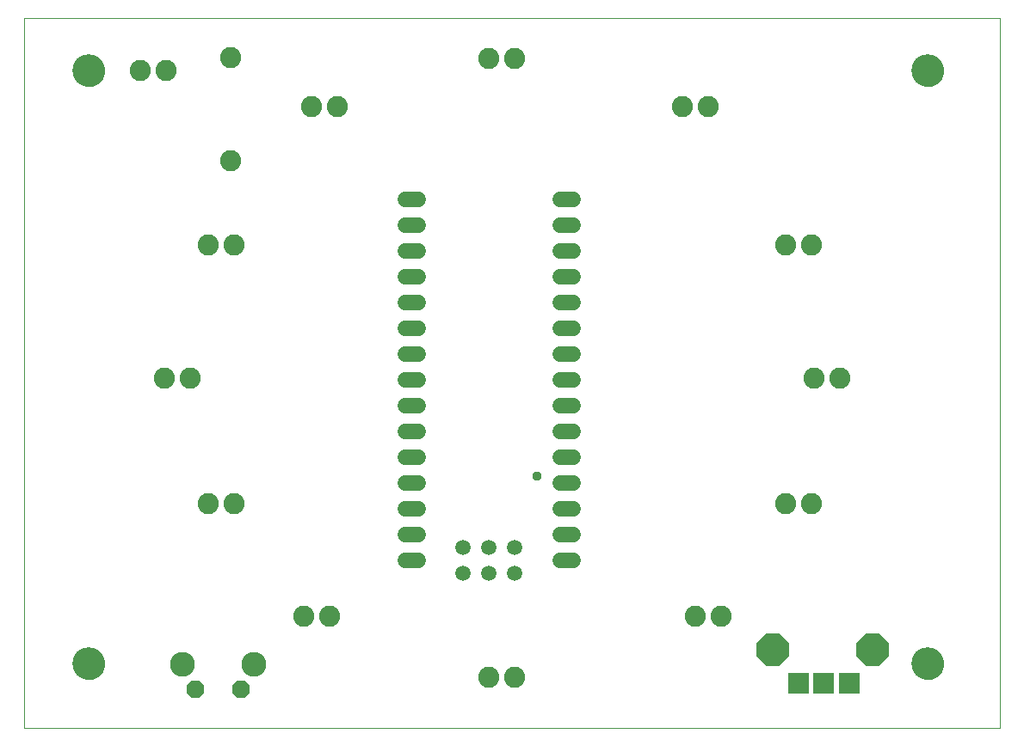
<source format=gbs>
G75*
%MOIN*%
%OFA0B0*%
%FSLAX25Y25*%
%IPPOS*%
%LPD*%
%AMOC8*
5,1,8,0,0,1.08239X$1,22.5*
%
%ADD10C,0.00000*%
%ADD11C,0.12611*%
%ADD12C,0.08200*%
%ADD13OC8,0.06800*%
%ADD14C,0.09650*%
%ADD15C,0.05950*%
%ADD16C,0.05950*%
%ADD17R,0.08200X0.08200*%
%ADD18OC8,0.12611*%
%ADD19C,0.03778*%
D10*
X0001000Y0020750D02*
X0001000Y0296341D01*
X0378953Y0296341D01*
X0378953Y0020750D01*
X0001000Y0020750D01*
X0020094Y0045750D02*
X0020096Y0045903D01*
X0020102Y0046057D01*
X0020112Y0046210D01*
X0020126Y0046362D01*
X0020144Y0046515D01*
X0020166Y0046666D01*
X0020191Y0046817D01*
X0020221Y0046968D01*
X0020255Y0047118D01*
X0020292Y0047266D01*
X0020333Y0047414D01*
X0020378Y0047560D01*
X0020427Y0047706D01*
X0020480Y0047850D01*
X0020536Y0047992D01*
X0020596Y0048133D01*
X0020660Y0048273D01*
X0020727Y0048411D01*
X0020798Y0048547D01*
X0020873Y0048681D01*
X0020950Y0048813D01*
X0021032Y0048943D01*
X0021116Y0049071D01*
X0021204Y0049197D01*
X0021295Y0049320D01*
X0021389Y0049441D01*
X0021487Y0049559D01*
X0021587Y0049675D01*
X0021691Y0049788D01*
X0021797Y0049899D01*
X0021906Y0050007D01*
X0022018Y0050112D01*
X0022132Y0050213D01*
X0022250Y0050312D01*
X0022369Y0050408D01*
X0022491Y0050501D01*
X0022616Y0050590D01*
X0022743Y0050677D01*
X0022872Y0050759D01*
X0023003Y0050839D01*
X0023136Y0050915D01*
X0023271Y0050988D01*
X0023408Y0051057D01*
X0023547Y0051122D01*
X0023687Y0051184D01*
X0023829Y0051242D01*
X0023972Y0051297D01*
X0024117Y0051348D01*
X0024263Y0051395D01*
X0024410Y0051438D01*
X0024558Y0051477D01*
X0024707Y0051513D01*
X0024857Y0051544D01*
X0025008Y0051572D01*
X0025159Y0051596D01*
X0025312Y0051616D01*
X0025464Y0051632D01*
X0025617Y0051644D01*
X0025770Y0051652D01*
X0025923Y0051656D01*
X0026077Y0051656D01*
X0026230Y0051652D01*
X0026383Y0051644D01*
X0026536Y0051632D01*
X0026688Y0051616D01*
X0026841Y0051596D01*
X0026992Y0051572D01*
X0027143Y0051544D01*
X0027293Y0051513D01*
X0027442Y0051477D01*
X0027590Y0051438D01*
X0027737Y0051395D01*
X0027883Y0051348D01*
X0028028Y0051297D01*
X0028171Y0051242D01*
X0028313Y0051184D01*
X0028453Y0051122D01*
X0028592Y0051057D01*
X0028729Y0050988D01*
X0028864Y0050915D01*
X0028997Y0050839D01*
X0029128Y0050759D01*
X0029257Y0050677D01*
X0029384Y0050590D01*
X0029509Y0050501D01*
X0029631Y0050408D01*
X0029750Y0050312D01*
X0029868Y0050213D01*
X0029982Y0050112D01*
X0030094Y0050007D01*
X0030203Y0049899D01*
X0030309Y0049788D01*
X0030413Y0049675D01*
X0030513Y0049559D01*
X0030611Y0049441D01*
X0030705Y0049320D01*
X0030796Y0049197D01*
X0030884Y0049071D01*
X0030968Y0048943D01*
X0031050Y0048813D01*
X0031127Y0048681D01*
X0031202Y0048547D01*
X0031273Y0048411D01*
X0031340Y0048273D01*
X0031404Y0048133D01*
X0031464Y0047992D01*
X0031520Y0047850D01*
X0031573Y0047706D01*
X0031622Y0047560D01*
X0031667Y0047414D01*
X0031708Y0047266D01*
X0031745Y0047118D01*
X0031779Y0046968D01*
X0031809Y0046817D01*
X0031834Y0046666D01*
X0031856Y0046515D01*
X0031874Y0046362D01*
X0031888Y0046210D01*
X0031898Y0046057D01*
X0031904Y0045903D01*
X0031906Y0045750D01*
X0031904Y0045597D01*
X0031898Y0045443D01*
X0031888Y0045290D01*
X0031874Y0045138D01*
X0031856Y0044985D01*
X0031834Y0044834D01*
X0031809Y0044683D01*
X0031779Y0044532D01*
X0031745Y0044382D01*
X0031708Y0044234D01*
X0031667Y0044086D01*
X0031622Y0043940D01*
X0031573Y0043794D01*
X0031520Y0043650D01*
X0031464Y0043508D01*
X0031404Y0043367D01*
X0031340Y0043227D01*
X0031273Y0043089D01*
X0031202Y0042953D01*
X0031127Y0042819D01*
X0031050Y0042687D01*
X0030968Y0042557D01*
X0030884Y0042429D01*
X0030796Y0042303D01*
X0030705Y0042180D01*
X0030611Y0042059D01*
X0030513Y0041941D01*
X0030413Y0041825D01*
X0030309Y0041712D01*
X0030203Y0041601D01*
X0030094Y0041493D01*
X0029982Y0041388D01*
X0029868Y0041287D01*
X0029750Y0041188D01*
X0029631Y0041092D01*
X0029509Y0040999D01*
X0029384Y0040910D01*
X0029257Y0040823D01*
X0029128Y0040741D01*
X0028997Y0040661D01*
X0028864Y0040585D01*
X0028729Y0040512D01*
X0028592Y0040443D01*
X0028453Y0040378D01*
X0028313Y0040316D01*
X0028171Y0040258D01*
X0028028Y0040203D01*
X0027883Y0040152D01*
X0027737Y0040105D01*
X0027590Y0040062D01*
X0027442Y0040023D01*
X0027293Y0039987D01*
X0027143Y0039956D01*
X0026992Y0039928D01*
X0026841Y0039904D01*
X0026688Y0039884D01*
X0026536Y0039868D01*
X0026383Y0039856D01*
X0026230Y0039848D01*
X0026077Y0039844D01*
X0025923Y0039844D01*
X0025770Y0039848D01*
X0025617Y0039856D01*
X0025464Y0039868D01*
X0025312Y0039884D01*
X0025159Y0039904D01*
X0025008Y0039928D01*
X0024857Y0039956D01*
X0024707Y0039987D01*
X0024558Y0040023D01*
X0024410Y0040062D01*
X0024263Y0040105D01*
X0024117Y0040152D01*
X0023972Y0040203D01*
X0023829Y0040258D01*
X0023687Y0040316D01*
X0023547Y0040378D01*
X0023408Y0040443D01*
X0023271Y0040512D01*
X0023136Y0040585D01*
X0023003Y0040661D01*
X0022872Y0040741D01*
X0022743Y0040823D01*
X0022616Y0040910D01*
X0022491Y0040999D01*
X0022369Y0041092D01*
X0022250Y0041188D01*
X0022132Y0041287D01*
X0022018Y0041388D01*
X0021906Y0041493D01*
X0021797Y0041601D01*
X0021691Y0041712D01*
X0021587Y0041825D01*
X0021487Y0041941D01*
X0021389Y0042059D01*
X0021295Y0042180D01*
X0021204Y0042303D01*
X0021116Y0042429D01*
X0021032Y0042557D01*
X0020950Y0042687D01*
X0020873Y0042819D01*
X0020798Y0042953D01*
X0020727Y0043089D01*
X0020660Y0043227D01*
X0020596Y0043367D01*
X0020536Y0043508D01*
X0020480Y0043650D01*
X0020427Y0043794D01*
X0020378Y0043940D01*
X0020333Y0044086D01*
X0020292Y0044234D01*
X0020255Y0044382D01*
X0020221Y0044532D01*
X0020191Y0044683D01*
X0020166Y0044834D01*
X0020144Y0044985D01*
X0020126Y0045138D01*
X0020112Y0045290D01*
X0020102Y0045443D01*
X0020096Y0045597D01*
X0020094Y0045750D01*
X0020094Y0275750D02*
X0020096Y0275903D01*
X0020102Y0276057D01*
X0020112Y0276210D01*
X0020126Y0276362D01*
X0020144Y0276515D01*
X0020166Y0276666D01*
X0020191Y0276817D01*
X0020221Y0276968D01*
X0020255Y0277118D01*
X0020292Y0277266D01*
X0020333Y0277414D01*
X0020378Y0277560D01*
X0020427Y0277706D01*
X0020480Y0277850D01*
X0020536Y0277992D01*
X0020596Y0278133D01*
X0020660Y0278273D01*
X0020727Y0278411D01*
X0020798Y0278547D01*
X0020873Y0278681D01*
X0020950Y0278813D01*
X0021032Y0278943D01*
X0021116Y0279071D01*
X0021204Y0279197D01*
X0021295Y0279320D01*
X0021389Y0279441D01*
X0021487Y0279559D01*
X0021587Y0279675D01*
X0021691Y0279788D01*
X0021797Y0279899D01*
X0021906Y0280007D01*
X0022018Y0280112D01*
X0022132Y0280213D01*
X0022250Y0280312D01*
X0022369Y0280408D01*
X0022491Y0280501D01*
X0022616Y0280590D01*
X0022743Y0280677D01*
X0022872Y0280759D01*
X0023003Y0280839D01*
X0023136Y0280915D01*
X0023271Y0280988D01*
X0023408Y0281057D01*
X0023547Y0281122D01*
X0023687Y0281184D01*
X0023829Y0281242D01*
X0023972Y0281297D01*
X0024117Y0281348D01*
X0024263Y0281395D01*
X0024410Y0281438D01*
X0024558Y0281477D01*
X0024707Y0281513D01*
X0024857Y0281544D01*
X0025008Y0281572D01*
X0025159Y0281596D01*
X0025312Y0281616D01*
X0025464Y0281632D01*
X0025617Y0281644D01*
X0025770Y0281652D01*
X0025923Y0281656D01*
X0026077Y0281656D01*
X0026230Y0281652D01*
X0026383Y0281644D01*
X0026536Y0281632D01*
X0026688Y0281616D01*
X0026841Y0281596D01*
X0026992Y0281572D01*
X0027143Y0281544D01*
X0027293Y0281513D01*
X0027442Y0281477D01*
X0027590Y0281438D01*
X0027737Y0281395D01*
X0027883Y0281348D01*
X0028028Y0281297D01*
X0028171Y0281242D01*
X0028313Y0281184D01*
X0028453Y0281122D01*
X0028592Y0281057D01*
X0028729Y0280988D01*
X0028864Y0280915D01*
X0028997Y0280839D01*
X0029128Y0280759D01*
X0029257Y0280677D01*
X0029384Y0280590D01*
X0029509Y0280501D01*
X0029631Y0280408D01*
X0029750Y0280312D01*
X0029868Y0280213D01*
X0029982Y0280112D01*
X0030094Y0280007D01*
X0030203Y0279899D01*
X0030309Y0279788D01*
X0030413Y0279675D01*
X0030513Y0279559D01*
X0030611Y0279441D01*
X0030705Y0279320D01*
X0030796Y0279197D01*
X0030884Y0279071D01*
X0030968Y0278943D01*
X0031050Y0278813D01*
X0031127Y0278681D01*
X0031202Y0278547D01*
X0031273Y0278411D01*
X0031340Y0278273D01*
X0031404Y0278133D01*
X0031464Y0277992D01*
X0031520Y0277850D01*
X0031573Y0277706D01*
X0031622Y0277560D01*
X0031667Y0277414D01*
X0031708Y0277266D01*
X0031745Y0277118D01*
X0031779Y0276968D01*
X0031809Y0276817D01*
X0031834Y0276666D01*
X0031856Y0276515D01*
X0031874Y0276362D01*
X0031888Y0276210D01*
X0031898Y0276057D01*
X0031904Y0275903D01*
X0031906Y0275750D01*
X0031904Y0275597D01*
X0031898Y0275443D01*
X0031888Y0275290D01*
X0031874Y0275138D01*
X0031856Y0274985D01*
X0031834Y0274834D01*
X0031809Y0274683D01*
X0031779Y0274532D01*
X0031745Y0274382D01*
X0031708Y0274234D01*
X0031667Y0274086D01*
X0031622Y0273940D01*
X0031573Y0273794D01*
X0031520Y0273650D01*
X0031464Y0273508D01*
X0031404Y0273367D01*
X0031340Y0273227D01*
X0031273Y0273089D01*
X0031202Y0272953D01*
X0031127Y0272819D01*
X0031050Y0272687D01*
X0030968Y0272557D01*
X0030884Y0272429D01*
X0030796Y0272303D01*
X0030705Y0272180D01*
X0030611Y0272059D01*
X0030513Y0271941D01*
X0030413Y0271825D01*
X0030309Y0271712D01*
X0030203Y0271601D01*
X0030094Y0271493D01*
X0029982Y0271388D01*
X0029868Y0271287D01*
X0029750Y0271188D01*
X0029631Y0271092D01*
X0029509Y0270999D01*
X0029384Y0270910D01*
X0029257Y0270823D01*
X0029128Y0270741D01*
X0028997Y0270661D01*
X0028864Y0270585D01*
X0028729Y0270512D01*
X0028592Y0270443D01*
X0028453Y0270378D01*
X0028313Y0270316D01*
X0028171Y0270258D01*
X0028028Y0270203D01*
X0027883Y0270152D01*
X0027737Y0270105D01*
X0027590Y0270062D01*
X0027442Y0270023D01*
X0027293Y0269987D01*
X0027143Y0269956D01*
X0026992Y0269928D01*
X0026841Y0269904D01*
X0026688Y0269884D01*
X0026536Y0269868D01*
X0026383Y0269856D01*
X0026230Y0269848D01*
X0026077Y0269844D01*
X0025923Y0269844D01*
X0025770Y0269848D01*
X0025617Y0269856D01*
X0025464Y0269868D01*
X0025312Y0269884D01*
X0025159Y0269904D01*
X0025008Y0269928D01*
X0024857Y0269956D01*
X0024707Y0269987D01*
X0024558Y0270023D01*
X0024410Y0270062D01*
X0024263Y0270105D01*
X0024117Y0270152D01*
X0023972Y0270203D01*
X0023829Y0270258D01*
X0023687Y0270316D01*
X0023547Y0270378D01*
X0023408Y0270443D01*
X0023271Y0270512D01*
X0023136Y0270585D01*
X0023003Y0270661D01*
X0022872Y0270741D01*
X0022743Y0270823D01*
X0022616Y0270910D01*
X0022491Y0270999D01*
X0022369Y0271092D01*
X0022250Y0271188D01*
X0022132Y0271287D01*
X0022018Y0271388D01*
X0021906Y0271493D01*
X0021797Y0271601D01*
X0021691Y0271712D01*
X0021587Y0271825D01*
X0021487Y0271941D01*
X0021389Y0272059D01*
X0021295Y0272180D01*
X0021204Y0272303D01*
X0021116Y0272429D01*
X0021032Y0272557D01*
X0020950Y0272687D01*
X0020873Y0272819D01*
X0020798Y0272953D01*
X0020727Y0273089D01*
X0020660Y0273227D01*
X0020596Y0273367D01*
X0020536Y0273508D01*
X0020480Y0273650D01*
X0020427Y0273794D01*
X0020378Y0273940D01*
X0020333Y0274086D01*
X0020292Y0274234D01*
X0020255Y0274382D01*
X0020221Y0274532D01*
X0020191Y0274683D01*
X0020166Y0274834D01*
X0020144Y0274985D01*
X0020126Y0275138D01*
X0020112Y0275290D01*
X0020102Y0275443D01*
X0020096Y0275597D01*
X0020094Y0275750D01*
X0345094Y0275750D02*
X0345096Y0275903D01*
X0345102Y0276057D01*
X0345112Y0276210D01*
X0345126Y0276362D01*
X0345144Y0276515D01*
X0345166Y0276666D01*
X0345191Y0276817D01*
X0345221Y0276968D01*
X0345255Y0277118D01*
X0345292Y0277266D01*
X0345333Y0277414D01*
X0345378Y0277560D01*
X0345427Y0277706D01*
X0345480Y0277850D01*
X0345536Y0277992D01*
X0345596Y0278133D01*
X0345660Y0278273D01*
X0345727Y0278411D01*
X0345798Y0278547D01*
X0345873Y0278681D01*
X0345950Y0278813D01*
X0346032Y0278943D01*
X0346116Y0279071D01*
X0346204Y0279197D01*
X0346295Y0279320D01*
X0346389Y0279441D01*
X0346487Y0279559D01*
X0346587Y0279675D01*
X0346691Y0279788D01*
X0346797Y0279899D01*
X0346906Y0280007D01*
X0347018Y0280112D01*
X0347132Y0280213D01*
X0347250Y0280312D01*
X0347369Y0280408D01*
X0347491Y0280501D01*
X0347616Y0280590D01*
X0347743Y0280677D01*
X0347872Y0280759D01*
X0348003Y0280839D01*
X0348136Y0280915D01*
X0348271Y0280988D01*
X0348408Y0281057D01*
X0348547Y0281122D01*
X0348687Y0281184D01*
X0348829Y0281242D01*
X0348972Y0281297D01*
X0349117Y0281348D01*
X0349263Y0281395D01*
X0349410Y0281438D01*
X0349558Y0281477D01*
X0349707Y0281513D01*
X0349857Y0281544D01*
X0350008Y0281572D01*
X0350159Y0281596D01*
X0350312Y0281616D01*
X0350464Y0281632D01*
X0350617Y0281644D01*
X0350770Y0281652D01*
X0350923Y0281656D01*
X0351077Y0281656D01*
X0351230Y0281652D01*
X0351383Y0281644D01*
X0351536Y0281632D01*
X0351688Y0281616D01*
X0351841Y0281596D01*
X0351992Y0281572D01*
X0352143Y0281544D01*
X0352293Y0281513D01*
X0352442Y0281477D01*
X0352590Y0281438D01*
X0352737Y0281395D01*
X0352883Y0281348D01*
X0353028Y0281297D01*
X0353171Y0281242D01*
X0353313Y0281184D01*
X0353453Y0281122D01*
X0353592Y0281057D01*
X0353729Y0280988D01*
X0353864Y0280915D01*
X0353997Y0280839D01*
X0354128Y0280759D01*
X0354257Y0280677D01*
X0354384Y0280590D01*
X0354509Y0280501D01*
X0354631Y0280408D01*
X0354750Y0280312D01*
X0354868Y0280213D01*
X0354982Y0280112D01*
X0355094Y0280007D01*
X0355203Y0279899D01*
X0355309Y0279788D01*
X0355413Y0279675D01*
X0355513Y0279559D01*
X0355611Y0279441D01*
X0355705Y0279320D01*
X0355796Y0279197D01*
X0355884Y0279071D01*
X0355968Y0278943D01*
X0356050Y0278813D01*
X0356127Y0278681D01*
X0356202Y0278547D01*
X0356273Y0278411D01*
X0356340Y0278273D01*
X0356404Y0278133D01*
X0356464Y0277992D01*
X0356520Y0277850D01*
X0356573Y0277706D01*
X0356622Y0277560D01*
X0356667Y0277414D01*
X0356708Y0277266D01*
X0356745Y0277118D01*
X0356779Y0276968D01*
X0356809Y0276817D01*
X0356834Y0276666D01*
X0356856Y0276515D01*
X0356874Y0276362D01*
X0356888Y0276210D01*
X0356898Y0276057D01*
X0356904Y0275903D01*
X0356906Y0275750D01*
X0356904Y0275597D01*
X0356898Y0275443D01*
X0356888Y0275290D01*
X0356874Y0275138D01*
X0356856Y0274985D01*
X0356834Y0274834D01*
X0356809Y0274683D01*
X0356779Y0274532D01*
X0356745Y0274382D01*
X0356708Y0274234D01*
X0356667Y0274086D01*
X0356622Y0273940D01*
X0356573Y0273794D01*
X0356520Y0273650D01*
X0356464Y0273508D01*
X0356404Y0273367D01*
X0356340Y0273227D01*
X0356273Y0273089D01*
X0356202Y0272953D01*
X0356127Y0272819D01*
X0356050Y0272687D01*
X0355968Y0272557D01*
X0355884Y0272429D01*
X0355796Y0272303D01*
X0355705Y0272180D01*
X0355611Y0272059D01*
X0355513Y0271941D01*
X0355413Y0271825D01*
X0355309Y0271712D01*
X0355203Y0271601D01*
X0355094Y0271493D01*
X0354982Y0271388D01*
X0354868Y0271287D01*
X0354750Y0271188D01*
X0354631Y0271092D01*
X0354509Y0270999D01*
X0354384Y0270910D01*
X0354257Y0270823D01*
X0354128Y0270741D01*
X0353997Y0270661D01*
X0353864Y0270585D01*
X0353729Y0270512D01*
X0353592Y0270443D01*
X0353453Y0270378D01*
X0353313Y0270316D01*
X0353171Y0270258D01*
X0353028Y0270203D01*
X0352883Y0270152D01*
X0352737Y0270105D01*
X0352590Y0270062D01*
X0352442Y0270023D01*
X0352293Y0269987D01*
X0352143Y0269956D01*
X0351992Y0269928D01*
X0351841Y0269904D01*
X0351688Y0269884D01*
X0351536Y0269868D01*
X0351383Y0269856D01*
X0351230Y0269848D01*
X0351077Y0269844D01*
X0350923Y0269844D01*
X0350770Y0269848D01*
X0350617Y0269856D01*
X0350464Y0269868D01*
X0350312Y0269884D01*
X0350159Y0269904D01*
X0350008Y0269928D01*
X0349857Y0269956D01*
X0349707Y0269987D01*
X0349558Y0270023D01*
X0349410Y0270062D01*
X0349263Y0270105D01*
X0349117Y0270152D01*
X0348972Y0270203D01*
X0348829Y0270258D01*
X0348687Y0270316D01*
X0348547Y0270378D01*
X0348408Y0270443D01*
X0348271Y0270512D01*
X0348136Y0270585D01*
X0348003Y0270661D01*
X0347872Y0270741D01*
X0347743Y0270823D01*
X0347616Y0270910D01*
X0347491Y0270999D01*
X0347369Y0271092D01*
X0347250Y0271188D01*
X0347132Y0271287D01*
X0347018Y0271388D01*
X0346906Y0271493D01*
X0346797Y0271601D01*
X0346691Y0271712D01*
X0346587Y0271825D01*
X0346487Y0271941D01*
X0346389Y0272059D01*
X0346295Y0272180D01*
X0346204Y0272303D01*
X0346116Y0272429D01*
X0346032Y0272557D01*
X0345950Y0272687D01*
X0345873Y0272819D01*
X0345798Y0272953D01*
X0345727Y0273089D01*
X0345660Y0273227D01*
X0345596Y0273367D01*
X0345536Y0273508D01*
X0345480Y0273650D01*
X0345427Y0273794D01*
X0345378Y0273940D01*
X0345333Y0274086D01*
X0345292Y0274234D01*
X0345255Y0274382D01*
X0345221Y0274532D01*
X0345191Y0274683D01*
X0345166Y0274834D01*
X0345144Y0274985D01*
X0345126Y0275138D01*
X0345112Y0275290D01*
X0345102Y0275443D01*
X0345096Y0275597D01*
X0345094Y0275750D01*
X0345094Y0045750D02*
X0345096Y0045903D01*
X0345102Y0046057D01*
X0345112Y0046210D01*
X0345126Y0046362D01*
X0345144Y0046515D01*
X0345166Y0046666D01*
X0345191Y0046817D01*
X0345221Y0046968D01*
X0345255Y0047118D01*
X0345292Y0047266D01*
X0345333Y0047414D01*
X0345378Y0047560D01*
X0345427Y0047706D01*
X0345480Y0047850D01*
X0345536Y0047992D01*
X0345596Y0048133D01*
X0345660Y0048273D01*
X0345727Y0048411D01*
X0345798Y0048547D01*
X0345873Y0048681D01*
X0345950Y0048813D01*
X0346032Y0048943D01*
X0346116Y0049071D01*
X0346204Y0049197D01*
X0346295Y0049320D01*
X0346389Y0049441D01*
X0346487Y0049559D01*
X0346587Y0049675D01*
X0346691Y0049788D01*
X0346797Y0049899D01*
X0346906Y0050007D01*
X0347018Y0050112D01*
X0347132Y0050213D01*
X0347250Y0050312D01*
X0347369Y0050408D01*
X0347491Y0050501D01*
X0347616Y0050590D01*
X0347743Y0050677D01*
X0347872Y0050759D01*
X0348003Y0050839D01*
X0348136Y0050915D01*
X0348271Y0050988D01*
X0348408Y0051057D01*
X0348547Y0051122D01*
X0348687Y0051184D01*
X0348829Y0051242D01*
X0348972Y0051297D01*
X0349117Y0051348D01*
X0349263Y0051395D01*
X0349410Y0051438D01*
X0349558Y0051477D01*
X0349707Y0051513D01*
X0349857Y0051544D01*
X0350008Y0051572D01*
X0350159Y0051596D01*
X0350312Y0051616D01*
X0350464Y0051632D01*
X0350617Y0051644D01*
X0350770Y0051652D01*
X0350923Y0051656D01*
X0351077Y0051656D01*
X0351230Y0051652D01*
X0351383Y0051644D01*
X0351536Y0051632D01*
X0351688Y0051616D01*
X0351841Y0051596D01*
X0351992Y0051572D01*
X0352143Y0051544D01*
X0352293Y0051513D01*
X0352442Y0051477D01*
X0352590Y0051438D01*
X0352737Y0051395D01*
X0352883Y0051348D01*
X0353028Y0051297D01*
X0353171Y0051242D01*
X0353313Y0051184D01*
X0353453Y0051122D01*
X0353592Y0051057D01*
X0353729Y0050988D01*
X0353864Y0050915D01*
X0353997Y0050839D01*
X0354128Y0050759D01*
X0354257Y0050677D01*
X0354384Y0050590D01*
X0354509Y0050501D01*
X0354631Y0050408D01*
X0354750Y0050312D01*
X0354868Y0050213D01*
X0354982Y0050112D01*
X0355094Y0050007D01*
X0355203Y0049899D01*
X0355309Y0049788D01*
X0355413Y0049675D01*
X0355513Y0049559D01*
X0355611Y0049441D01*
X0355705Y0049320D01*
X0355796Y0049197D01*
X0355884Y0049071D01*
X0355968Y0048943D01*
X0356050Y0048813D01*
X0356127Y0048681D01*
X0356202Y0048547D01*
X0356273Y0048411D01*
X0356340Y0048273D01*
X0356404Y0048133D01*
X0356464Y0047992D01*
X0356520Y0047850D01*
X0356573Y0047706D01*
X0356622Y0047560D01*
X0356667Y0047414D01*
X0356708Y0047266D01*
X0356745Y0047118D01*
X0356779Y0046968D01*
X0356809Y0046817D01*
X0356834Y0046666D01*
X0356856Y0046515D01*
X0356874Y0046362D01*
X0356888Y0046210D01*
X0356898Y0046057D01*
X0356904Y0045903D01*
X0356906Y0045750D01*
X0356904Y0045597D01*
X0356898Y0045443D01*
X0356888Y0045290D01*
X0356874Y0045138D01*
X0356856Y0044985D01*
X0356834Y0044834D01*
X0356809Y0044683D01*
X0356779Y0044532D01*
X0356745Y0044382D01*
X0356708Y0044234D01*
X0356667Y0044086D01*
X0356622Y0043940D01*
X0356573Y0043794D01*
X0356520Y0043650D01*
X0356464Y0043508D01*
X0356404Y0043367D01*
X0356340Y0043227D01*
X0356273Y0043089D01*
X0356202Y0042953D01*
X0356127Y0042819D01*
X0356050Y0042687D01*
X0355968Y0042557D01*
X0355884Y0042429D01*
X0355796Y0042303D01*
X0355705Y0042180D01*
X0355611Y0042059D01*
X0355513Y0041941D01*
X0355413Y0041825D01*
X0355309Y0041712D01*
X0355203Y0041601D01*
X0355094Y0041493D01*
X0354982Y0041388D01*
X0354868Y0041287D01*
X0354750Y0041188D01*
X0354631Y0041092D01*
X0354509Y0040999D01*
X0354384Y0040910D01*
X0354257Y0040823D01*
X0354128Y0040741D01*
X0353997Y0040661D01*
X0353864Y0040585D01*
X0353729Y0040512D01*
X0353592Y0040443D01*
X0353453Y0040378D01*
X0353313Y0040316D01*
X0353171Y0040258D01*
X0353028Y0040203D01*
X0352883Y0040152D01*
X0352737Y0040105D01*
X0352590Y0040062D01*
X0352442Y0040023D01*
X0352293Y0039987D01*
X0352143Y0039956D01*
X0351992Y0039928D01*
X0351841Y0039904D01*
X0351688Y0039884D01*
X0351536Y0039868D01*
X0351383Y0039856D01*
X0351230Y0039848D01*
X0351077Y0039844D01*
X0350923Y0039844D01*
X0350770Y0039848D01*
X0350617Y0039856D01*
X0350464Y0039868D01*
X0350312Y0039884D01*
X0350159Y0039904D01*
X0350008Y0039928D01*
X0349857Y0039956D01*
X0349707Y0039987D01*
X0349558Y0040023D01*
X0349410Y0040062D01*
X0349263Y0040105D01*
X0349117Y0040152D01*
X0348972Y0040203D01*
X0348829Y0040258D01*
X0348687Y0040316D01*
X0348547Y0040378D01*
X0348408Y0040443D01*
X0348271Y0040512D01*
X0348136Y0040585D01*
X0348003Y0040661D01*
X0347872Y0040741D01*
X0347743Y0040823D01*
X0347616Y0040910D01*
X0347491Y0040999D01*
X0347369Y0041092D01*
X0347250Y0041188D01*
X0347132Y0041287D01*
X0347018Y0041388D01*
X0346906Y0041493D01*
X0346797Y0041601D01*
X0346691Y0041712D01*
X0346587Y0041825D01*
X0346487Y0041941D01*
X0346389Y0042059D01*
X0346295Y0042180D01*
X0346204Y0042303D01*
X0346116Y0042429D01*
X0346032Y0042557D01*
X0345950Y0042687D01*
X0345873Y0042819D01*
X0345798Y0042953D01*
X0345727Y0043089D01*
X0345660Y0043227D01*
X0345596Y0043367D01*
X0345536Y0043508D01*
X0345480Y0043650D01*
X0345427Y0043794D01*
X0345378Y0043940D01*
X0345333Y0044086D01*
X0345292Y0044234D01*
X0345255Y0044382D01*
X0345221Y0044532D01*
X0345191Y0044683D01*
X0345166Y0044834D01*
X0345144Y0044985D01*
X0345126Y0045138D01*
X0345112Y0045290D01*
X0345102Y0045443D01*
X0345096Y0045597D01*
X0345094Y0045750D01*
D11*
X0351000Y0045750D03*
X0351000Y0275750D03*
X0026000Y0275750D03*
X0026000Y0045750D03*
D12*
X0072063Y0107837D03*
X0082063Y0107837D03*
X0109071Y0064136D03*
X0119071Y0064136D03*
X0181039Y0040435D03*
X0191039Y0040435D03*
X0261000Y0064136D03*
X0271000Y0064136D03*
X0296000Y0107837D03*
X0306000Y0107837D03*
X0307024Y0156577D03*
X0317024Y0156577D03*
X0306000Y0208191D03*
X0296000Y0208191D03*
X0266000Y0261892D03*
X0256000Y0261892D03*
X0191039Y0280593D03*
X0181039Y0280593D03*
X0122063Y0261892D03*
X0112063Y0261892D03*
X0081000Y0280750D03*
X0056000Y0275750D03*
X0046000Y0275750D03*
X0081000Y0240750D03*
X0082063Y0208191D03*
X0072063Y0208191D03*
X0065055Y0156577D03*
X0055055Y0156577D03*
D13*
X0067100Y0035850D03*
X0084900Y0035850D03*
D14*
X0089800Y0045650D03*
X0062200Y0045650D03*
D15*
X0148425Y0085750D02*
X0153575Y0085750D01*
X0153575Y0095750D02*
X0148425Y0095750D01*
X0148425Y0105750D02*
X0153575Y0105750D01*
X0153575Y0115750D02*
X0148425Y0115750D01*
X0148425Y0125750D02*
X0153575Y0125750D01*
X0153575Y0135750D02*
X0148425Y0135750D01*
X0148425Y0145750D02*
X0153575Y0145750D01*
X0153575Y0155750D02*
X0148425Y0155750D01*
X0148425Y0165750D02*
X0153575Y0165750D01*
X0153575Y0175750D02*
X0148425Y0175750D01*
X0148425Y0185750D02*
X0153575Y0185750D01*
X0153575Y0195750D02*
X0148425Y0195750D01*
X0148425Y0205750D02*
X0153575Y0205750D01*
X0153575Y0215750D02*
X0148425Y0215750D01*
X0148425Y0225750D02*
X0153575Y0225750D01*
X0208425Y0225750D02*
X0213575Y0225750D01*
X0213575Y0215750D02*
X0208425Y0215750D01*
X0208425Y0205750D02*
X0213575Y0205750D01*
X0213575Y0195750D02*
X0208425Y0195750D01*
X0208425Y0185750D02*
X0213575Y0185750D01*
X0213575Y0175750D02*
X0208425Y0175750D01*
X0208425Y0165750D02*
X0213575Y0165750D01*
X0213575Y0155750D02*
X0208425Y0155750D01*
X0208425Y0145750D02*
X0213575Y0145750D01*
X0213575Y0135750D02*
X0208425Y0135750D01*
X0208425Y0125750D02*
X0213575Y0125750D01*
X0213575Y0115750D02*
X0208425Y0115750D01*
X0208425Y0105750D02*
X0213575Y0105750D01*
X0213575Y0095750D02*
X0208425Y0095750D01*
X0208425Y0085750D02*
X0213575Y0085750D01*
D16*
X0191000Y0080750D03*
X0191000Y0090750D03*
X0181000Y0090750D03*
X0171000Y0090750D03*
X0171000Y0080750D03*
X0181000Y0080750D03*
D17*
X0300843Y0038309D03*
X0310685Y0038309D03*
X0320528Y0038309D03*
D18*
X0329583Y0051301D03*
X0291000Y0051301D03*
D19*
X0199600Y0118550D03*
M02*

</source>
